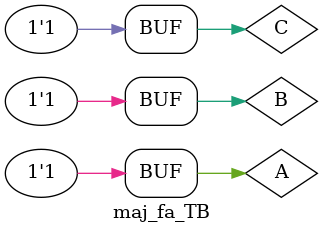
<source format=v>
module maj_3(out,a,b,c);
  input a,b,c;
  output out;
  assign out=(a&b)|(a&c)|(b&c);
endmodule

module maj_5(out,a,b,c,d,e);
  input a,b,c,d,e;
  output out;
  assign out = (a&b&c)|(a&b&d)|(a&b&e)|(a&c&d)|(a&c&e)|(a&d&e)|(b&c&d)|(b&c&e)|(b&d&e)|(c&d&e);
endmodule

module maj_fa(sum,cout,a,b,c);
  input a,b,c;
  output sum,cout;
  wire x,y,z;
  maj_3 m3(cout,a,b,c);
  assign x=~cout;
  assign y=~cout;
  maj_5 m5(sum,a,b,c,x,y);
endmodule

module maj_fa_TB();
  reg A,B,C;
  wire SUM,COUT;
  
  maj_fa maj1(.sum(SUM),.cout(COUT),.a(A),.b(B),.c(C));
  initial
    begin
        A=1'b0;B=1'b0;C=1'b0;
        #1000;
        A=1'b0;B=1'b0;C=1'b1;
        #1000;
        A=1'b0;B=1'b1;C=1'b0;
        #1000;
        A=1'b0;B=1'b1;C=1'b1;
        #1000;
        A=1'b1;B=1'b0;C=1'b0;
        #1000;
        A=1'b1;B=1'b0;C=1'b1;
        #1000;
        A=1'b1;B=1'b1;C=1'b0;
        #1000;
        A=1'b1;B=1'b1;C=1'b1;
        #1000;
      end
endmodule
        
        
</source>
